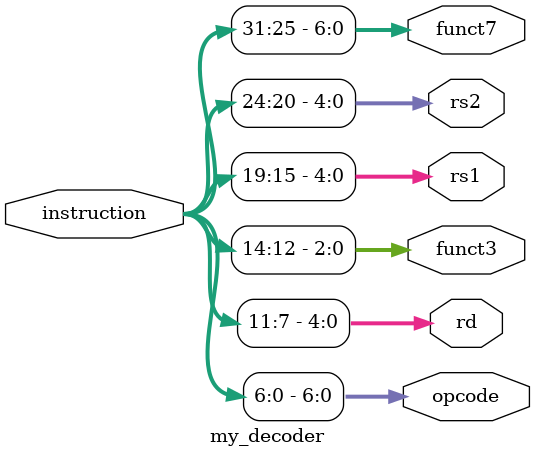
<source format=v>
module my_decoder 
(
    input   wire [31:0] instruction,
    output  wire [6:0]  opcode,
    output  wire [4:0]  rd,
    output  wire [2:0]  funct3,
    output  wire [4:0]  rs1,
    output  wire [4:0]  rs2,
    output  wire [6:0]  funct7
);
    assign opcode   = instruction[6:0];
    assign rd       = instruction[11:7];
    assign funct3   = instruction[14:12];
    assign rs1      = instruction[19:15];
    assign rs2      = instruction[24:20];
    assign funct7   = instruction[31:25];
endmodule

</source>
